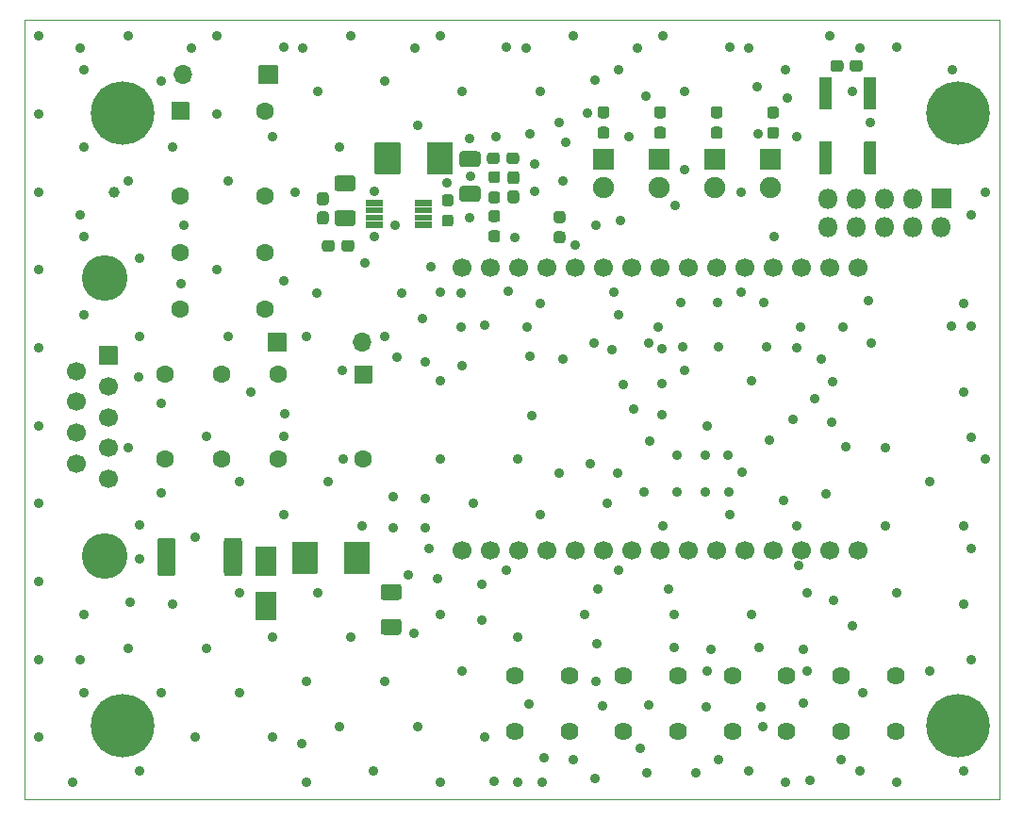
<source format=gbr>
%TF.GenerationSoftware,KiCad,Pcbnew,(5.1.8)-1*%
%TF.CreationDate,2020-12-02T11:58:54+01:00*%
%TF.ProjectId,Board,426f6172-642e-46b6-9963-61645f706362,rev?*%
%TF.SameCoordinates,PX253b400PY7a67730*%
%TF.FileFunction,Soldermask,Top*%
%TF.FilePolarity,Negative*%
%FSLAX46Y46*%
G04 Gerber Fmt 4.6, Leading zero omitted, Abs format (unit mm)*
G04 Created by KiCad (PCBNEW (5.1.8)-1) date 2020-12-02 11:58:54*
%MOMM*%
%LPD*%
G01*
G04 APERTURE LIST*
%TA.AperFunction,Profile*%
%ADD10C,0.050000*%
%TD*%
%ADD11O,1.800000X1.800000*%
%ADD12C,1.700000*%
%ADD13C,1.000000*%
%ADD14C,5.700000*%
%ADD15O,1.700000X1.700000*%
%ADD16C,4.100000*%
%ADD17C,1.624000*%
%ADD18C,1.608000*%
%ADD19C,1.900000*%
%ADD20C,0.900000*%
G04 APERTURE END LIST*
D10*
X0Y70000000D02*
X0Y0D01*
X87500000Y70000000D02*
X0Y70000000D01*
X87500000Y0D02*
X87500000Y70000000D01*
X0Y0D02*
X87500000Y0D01*
D11*
X72160000Y51430000D03*
X72160000Y53970000D03*
X74700000Y51430000D03*
X74700000Y53970000D03*
X77240000Y51430000D03*
X77240000Y53970000D03*
X79780000Y51430000D03*
X79780000Y53970000D03*
X82320000Y51430000D03*
G36*
G01*
X81470000Y54870000D02*
X83170000Y54870000D01*
G75*
G02*
X83220000Y54820000I0J-50000D01*
G01*
X83220000Y53120000D01*
G75*
G02*
X83170000Y53070000I-50000J0D01*
G01*
X81470000Y53070000D01*
G75*
G02*
X81420000Y53120000I0J50000D01*
G01*
X81420000Y54820000D01*
G75*
G02*
X81470000Y54870000I50000J0D01*
G01*
G37*
D12*
X39262000Y22374000D03*
X41802000Y22374000D03*
X44342000Y22374000D03*
X46882000Y22374000D03*
X49422000Y22374000D03*
X51962000Y22374000D03*
X54502000Y22374000D03*
X57042000Y22374000D03*
X59582000Y22374000D03*
X62122000Y22374000D03*
X64662000Y22374000D03*
X67202000Y22374000D03*
X69742000Y22374000D03*
X72282000Y22374000D03*
X74822000Y22374000D03*
X39262000Y47774000D03*
X41802000Y47774000D03*
X44342000Y47774000D03*
X46882000Y47774000D03*
X49422000Y47774000D03*
X51962000Y47774000D03*
X54502000Y47774000D03*
X57042000Y47774000D03*
X59582000Y47774000D03*
X62122000Y47774000D03*
X64662000Y47774000D03*
X67202000Y47774000D03*
X69742000Y47774000D03*
X72282000Y47774000D03*
X74822000Y47774000D03*
D13*
X8000000Y54500000D03*
D14*
X83800000Y6600000D03*
X83800000Y61600000D03*
X8800000Y61600000D03*
X8800000Y6600000D03*
D15*
X30270000Y41050000D03*
G36*
G01*
X21800000Y40250000D02*
X21800000Y41850000D01*
G75*
G02*
X21850000Y41900000I50000J0D01*
G01*
X23450000Y41900000D01*
G75*
G02*
X23500000Y41850000I0J-50000D01*
G01*
X23500000Y40250000D01*
G75*
G02*
X23450000Y40200000I-50000J0D01*
G01*
X21850000Y40200000D01*
G75*
G02*
X21800000Y40250000I0J50000D01*
G01*
G37*
D16*
X7200000Y21810000D03*
X7200000Y46810000D03*
D12*
X4660000Y30155000D03*
X4660000Y32925000D03*
X4660000Y35695000D03*
X4660000Y38465000D03*
X7500000Y28770000D03*
X7500000Y31540000D03*
X7500000Y34310000D03*
X7500000Y37080000D03*
G36*
G01*
X6700000Y40700000D02*
X8300000Y40700000D01*
G75*
G02*
X8350000Y40650000I0J-50000D01*
G01*
X8350000Y39050000D01*
G75*
G02*
X8300000Y39000000I-50000J0D01*
G01*
X6700000Y39000000D01*
G75*
G02*
X6650000Y39050000I0J50000D01*
G01*
X6650000Y40650000D01*
G75*
G02*
X6700000Y40700000I50000J0D01*
G01*
G37*
D17*
X44030000Y11130000D03*
X48910000Y11130000D03*
X53790000Y11130000D03*
X58670000Y11130000D03*
X63550000Y11130000D03*
X68430000Y11130000D03*
X73310000Y11130000D03*
X78190000Y11130000D03*
X44030000Y6130000D03*
X48910000Y6130000D03*
X53790000Y6130000D03*
X58670000Y6130000D03*
X63550000Y6130000D03*
X68430000Y6130000D03*
X73310000Y6130000D03*
X78190000Y6130000D03*
G36*
G01*
X31194000Y38914000D02*
X31194000Y37406000D01*
G75*
G02*
X31144000Y37356000I-50000J0D01*
G01*
X29636000Y37356000D01*
G75*
G02*
X29586000Y37406000I0J50000D01*
G01*
X29586000Y38914000D01*
G75*
G02*
X29636000Y38964000I50000J0D01*
G01*
X31144000Y38964000D01*
G75*
G02*
X31194000Y38914000I0J-50000D01*
G01*
G37*
D18*
X30390000Y30540000D03*
X22770000Y30540000D03*
X22770000Y38160000D03*
X17690000Y38160000D03*
X17690000Y30540000D03*
X12610000Y30540000D03*
X12610000Y38160000D03*
G36*
G01*
X36130000Y56205000D02*
X36130000Y58955000D01*
G75*
G02*
X36180000Y59005000I50000J0D01*
G01*
X38380000Y59005000D01*
G75*
G02*
X38430000Y58955000I0J-50000D01*
G01*
X38430000Y56205000D01*
G75*
G02*
X38380000Y56155000I-50000J0D01*
G01*
X36180000Y56155000D01*
G75*
G02*
X36130000Y56205000I0J50000D01*
G01*
G37*
G36*
G01*
X31430000Y56205000D02*
X31430000Y58955000D01*
G75*
G02*
X31480000Y59005000I50000J0D01*
G01*
X33680000Y59005000D01*
G75*
G02*
X33730000Y58955000I0J-50000D01*
G01*
X33730000Y56205000D01*
G75*
G02*
X33680000Y56155000I-50000J0D01*
G01*
X31480000Y56155000D01*
G75*
G02*
X31430000Y56205000I0J50000D01*
G01*
G37*
G36*
G01*
X31000000Y23055000D02*
X31000000Y20305000D01*
G75*
G02*
X30950000Y20255000I-50000J0D01*
G01*
X28750000Y20255000D01*
G75*
G02*
X28700000Y20305000I0J50000D01*
G01*
X28700000Y23055000D01*
G75*
G02*
X28750000Y23105000I50000J0D01*
G01*
X30950000Y23105000D01*
G75*
G02*
X31000000Y23055000I0J-50000D01*
G01*
G37*
G36*
G01*
X26300000Y23055000D02*
X26300000Y20305000D01*
G75*
G02*
X26250000Y20255000I-50000J0D01*
G01*
X24050000Y20255000D01*
G75*
G02*
X24000000Y20305000I0J50000D01*
G01*
X24000000Y23055000D01*
G75*
G02*
X24050000Y23105000I50000J0D01*
G01*
X26250000Y23105000D01*
G75*
G02*
X26300000Y23055000I0J-50000D01*
G01*
G37*
G36*
G01*
X35055000Y53830000D02*
X36505000Y53830000D01*
G75*
G02*
X36555000Y53780000I0J-50000D01*
G01*
X36555000Y53330000D01*
G75*
G02*
X36505000Y53280000I-50000J0D01*
G01*
X35055000Y53280000D01*
G75*
G02*
X35005000Y53330000I0J50000D01*
G01*
X35005000Y53780000D01*
G75*
G02*
X35055000Y53830000I50000J0D01*
G01*
G37*
G36*
G01*
X35055000Y53180000D02*
X36505000Y53180000D01*
G75*
G02*
X36555000Y53130000I0J-50000D01*
G01*
X36555000Y52680000D01*
G75*
G02*
X36505000Y52630000I-50000J0D01*
G01*
X35055000Y52630000D01*
G75*
G02*
X35005000Y52680000I0J50000D01*
G01*
X35005000Y53130000D01*
G75*
G02*
X35055000Y53180000I50000J0D01*
G01*
G37*
G36*
G01*
X35055000Y52530000D02*
X36505000Y52530000D01*
G75*
G02*
X36555000Y52480000I0J-50000D01*
G01*
X36555000Y52030000D01*
G75*
G02*
X36505000Y51980000I-50000J0D01*
G01*
X35055000Y51980000D01*
G75*
G02*
X35005000Y52030000I0J50000D01*
G01*
X35005000Y52480000D01*
G75*
G02*
X35055000Y52530000I50000J0D01*
G01*
G37*
G36*
G01*
X35055000Y51880000D02*
X36505000Y51880000D01*
G75*
G02*
X36555000Y51830000I0J-50000D01*
G01*
X36555000Y51380000D01*
G75*
G02*
X36505000Y51330000I-50000J0D01*
G01*
X35055000Y51330000D01*
G75*
G02*
X35005000Y51380000I0J50000D01*
G01*
X35005000Y51830000D01*
G75*
G02*
X35055000Y51880000I50000J0D01*
G01*
G37*
G36*
G01*
X30655000Y51880000D02*
X32105000Y51880000D01*
G75*
G02*
X32155000Y51830000I0J-50000D01*
G01*
X32155000Y51380000D01*
G75*
G02*
X32105000Y51330000I-50000J0D01*
G01*
X30655000Y51330000D01*
G75*
G02*
X30605000Y51380000I0J50000D01*
G01*
X30605000Y51830000D01*
G75*
G02*
X30655000Y51880000I50000J0D01*
G01*
G37*
G36*
G01*
X30655000Y52530000D02*
X32105000Y52530000D01*
G75*
G02*
X32155000Y52480000I0J-50000D01*
G01*
X32155000Y52030000D01*
G75*
G02*
X32105000Y51980000I-50000J0D01*
G01*
X30655000Y51980000D01*
G75*
G02*
X30605000Y52030000I0J50000D01*
G01*
X30605000Y52480000D01*
G75*
G02*
X30655000Y52530000I50000J0D01*
G01*
G37*
G36*
G01*
X30655000Y53180000D02*
X32105000Y53180000D01*
G75*
G02*
X32155000Y53130000I0J-50000D01*
G01*
X32155000Y52680000D01*
G75*
G02*
X32105000Y52630000I-50000J0D01*
G01*
X30655000Y52630000D01*
G75*
G02*
X30605000Y52680000I0J50000D01*
G01*
X30605000Y53130000D01*
G75*
G02*
X30655000Y53180000I50000J0D01*
G01*
G37*
G36*
G01*
X30655000Y53830000D02*
X32105000Y53830000D01*
G75*
G02*
X32155000Y53780000I0J-50000D01*
G01*
X32155000Y53330000D01*
G75*
G02*
X32105000Y53280000I-50000J0D01*
G01*
X30655000Y53280000D01*
G75*
G02*
X30605000Y53330000I0J50000D01*
G01*
X30605000Y53780000D01*
G75*
G02*
X30655000Y53830000I50000J0D01*
G01*
G37*
G36*
G01*
X41906500Y51105000D02*
X42431500Y51105000D01*
G75*
G02*
X42694000Y50842500I0J-262500D01*
G01*
X42694000Y50292500D01*
G75*
G02*
X42431500Y50030000I-262500J0D01*
G01*
X41906500Y50030000D01*
G75*
G02*
X41644000Y50292500I0J262500D01*
G01*
X41644000Y50842500D01*
G75*
G02*
X41906500Y51105000I262500J0D01*
G01*
G37*
G36*
G01*
X41906500Y52930000D02*
X42431500Y52930000D01*
G75*
G02*
X42694000Y52667500I0J-262500D01*
G01*
X42694000Y52117500D01*
G75*
G02*
X42431500Y51855000I-262500J0D01*
G01*
X41906500Y51855000D01*
G75*
G02*
X41644000Y52117500I0J262500D01*
G01*
X41644000Y52667500D01*
G75*
G02*
X41906500Y52930000I262500J0D01*
G01*
G37*
G36*
G01*
X41906500Y54605000D02*
X42431500Y54605000D01*
G75*
G02*
X42694000Y54342500I0J-262500D01*
G01*
X42694000Y53792500D01*
G75*
G02*
X42431500Y53530000I-262500J0D01*
G01*
X41906500Y53530000D01*
G75*
G02*
X41644000Y53792500I0J262500D01*
G01*
X41644000Y54342500D01*
G75*
G02*
X41906500Y54605000I262500J0D01*
G01*
G37*
G36*
G01*
X41906500Y56430000D02*
X42431500Y56430000D01*
G75*
G02*
X42694000Y56167500I0J-262500D01*
G01*
X42694000Y55617500D01*
G75*
G02*
X42431500Y55355000I-262500J0D01*
G01*
X41906500Y55355000D01*
G75*
G02*
X41644000Y55617500I0J262500D01*
G01*
X41644000Y56167500D01*
G75*
G02*
X41906500Y56430000I262500J0D01*
G01*
G37*
G36*
G01*
X52232500Y61165000D02*
X51707500Y61165000D01*
G75*
G02*
X51445000Y61427500I0J262500D01*
G01*
X51445000Y61977500D01*
G75*
G02*
X51707500Y62240000I262500J0D01*
G01*
X52232500Y62240000D01*
G75*
G02*
X52495000Y61977500I0J-262500D01*
G01*
X52495000Y61427500D01*
G75*
G02*
X52232500Y61165000I-262500J0D01*
G01*
G37*
G36*
G01*
X52232500Y59340000D02*
X51707500Y59340000D01*
G75*
G02*
X51445000Y59602500I0J262500D01*
G01*
X51445000Y60152500D01*
G75*
G02*
X51707500Y60415000I262500J0D01*
G01*
X52232500Y60415000D01*
G75*
G02*
X52495000Y60152500I0J-262500D01*
G01*
X52495000Y59602500D01*
G75*
G02*
X52232500Y59340000I-262500J0D01*
G01*
G37*
G36*
G01*
X67462500Y61157500D02*
X66937500Y61157500D01*
G75*
G02*
X66675000Y61420000I0J262500D01*
G01*
X66675000Y61970000D01*
G75*
G02*
X66937500Y62232500I262500J0D01*
G01*
X67462500Y62232500D01*
G75*
G02*
X67725000Y61970000I0J-262500D01*
G01*
X67725000Y61420000D01*
G75*
G02*
X67462500Y61157500I-262500J0D01*
G01*
G37*
G36*
G01*
X67462500Y59332500D02*
X66937500Y59332500D01*
G75*
G02*
X66675000Y59595000I0J262500D01*
G01*
X66675000Y60145000D01*
G75*
G02*
X66937500Y60407500I262500J0D01*
G01*
X67462500Y60407500D01*
G75*
G02*
X67725000Y60145000I0J-262500D01*
G01*
X67725000Y59595000D01*
G75*
G02*
X67462500Y59332500I-262500J0D01*
G01*
G37*
G36*
G01*
X62392500Y61167500D02*
X61867500Y61167500D01*
G75*
G02*
X61605000Y61430000I0J262500D01*
G01*
X61605000Y61980000D01*
G75*
G02*
X61867500Y62242500I262500J0D01*
G01*
X62392500Y62242500D01*
G75*
G02*
X62655000Y61980000I0J-262500D01*
G01*
X62655000Y61430000D01*
G75*
G02*
X62392500Y61167500I-262500J0D01*
G01*
G37*
G36*
G01*
X62392500Y59342500D02*
X61867500Y59342500D01*
G75*
G02*
X61605000Y59605000I0J262500D01*
G01*
X61605000Y60155000D01*
G75*
G02*
X61867500Y60417500I262500J0D01*
G01*
X62392500Y60417500D01*
G75*
G02*
X62655000Y60155000I0J-262500D01*
G01*
X62655000Y59605000D01*
G75*
G02*
X62392500Y59342500I-262500J0D01*
G01*
G37*
G36*
G01*
X57312500Y61167500D02*
X56787500Y61167500D01*
G75*
G02*
X56525000Y61430000I0J262500D01*
G01*
X56525000Y61980000D01*
G75*
G02*
X56787500Y62242500I262500J0D01*
G01*
X57312500Y62242500D01*
G75*
G02*
X57575000Y61980000I0J-262500D01*
G01*
X57575000Y61430000D01*
G75*
G02*
X57312500Y61167500I-262500J0D01*
G01*
G37*
G36*
G01*
X57312500Y59342500D02*
X56787500Y59342500D01*
G75*
G02*
X56525000Y59605000I0J262500D01*
G01*
X56525000Y60155000D01*
G75*
G02*
X56787500Y60417500I262500J0D01*
G01*
X57312500Y60417500D01*
G75*
G02*
X57575000Y60155000I0J-262500D01*
G01*
X57575000Y59605000D01*
G75*
G02*
X57312500Y59342500I-262500J0D01*
G01*
G37*
G36*
G01*
X47757500Y51015000D02*
X48282500Y51015000D01*
G75*
G02*
X48545000Y50752500I0J-262500D01*
G01*
X48545000Y50202500D01*
G75*
G02*
X48282500Y49940000I-262500J0D01*
G01*
X47757500Y49940000D01*
G75*
G02*
X47495000Y50202500I0J262500D01*
G01*
X47495000Y50752500D01*
G75*
G02*
X47757500Y51015000I262500J0D01*
G01*
G37*
G36*
G01*
X47757500Y52840000D02*
X48282500Y52840000D01*
G75*
G02*
X48545000Y52577500I0J-262500D01*
G01*
X48545000Y52027500D01*
G75*
G02*
X48282500Y51765000I-262500J0D01*
G01*
X47757500Y51765000D01*
G75*
G02*
X47495000Y52027500I0J262500D01*
G01*
X47495000Y52577500D01*
G75*
G02*
X47757500Y52840000I262500J0D01*
G01*
G37*
G36*
G01*
X38242500Y53267500D02*
X37717500Y53267500D01*
G75*
G02*
X37455000Y53530000I0J262500D01*
G01*
X37455000Y54080000D01*
G75*
G02*
X37717500Y54342500I262500J0D01*
G01*
X38242500Y54342500D01*
G75*
G02*
X38505000Y54080000I0J-262500D01*
G01*
X38505000Y53530000D01*
G75*
G02*
X38242500Y53267500I-262500J0D01*
G01*
G37*
G36*
G01*
X38242500Y51442500D02*
X37717500Y51442500D01*
G75*
G02*
X37455000Y51705000I0J262500D01*
G01*
X37455000Y52255000D01*
G75*
G02*
X37717500Y52517500I262500J0D01*
G01*
X38242500Y52517500D01*
G75*
G02*
X38505000Y52255000I0J-262500D01*
G01*
X38505000Y51705000D01*
G75*
G02*
X38242500Y51442500I-262500J0D01*
G01*
G37*
G36*
G01*
X43617500Y54705000D02*
X44142500Y54705000D01*
G75*
G02*
X44405000Y54442500I0J-262500D01*
G01*
X44405000Y53792500D01*
G75*
G02*
X44142500Y53530000I-262500J0D01*
G01*
X43617500Y53530000D01*
G75*
G02*
X43355000Y53792500I0J262500D01*
G01*
X43355000Y54442500D01*
G75*
G02*
X43617500Y54705000I262500J0D01*
G01*
G37*
G36*
G01*
X43617500Y56430000D02*
X44142500Y56430000D01*
G75*
G02*
X44405000Y56167500I0J-262500D01*
G01*
X44405000Y55517500D01*
G75*
G02*
X44142500Y55255000I-262500J0D01*
G01*
X43617500Y55255000D01*
G75*
G02*
X43355000Y55517500I0J262500D01*
G01*
X43355000Y56167500D01*
G75*
G02*
X43617500Y56430000I262500J0D01*
G01*
G37*
G36*
G01*
X27032500Y53347500D02*
X26507500Y53347500D01*
G75*
G02*
X26245000Y53610000I0J262500D01*
G01*
X26245000Y54260000D01*
G75*
G02*
X26507500Y54522500I262500J0D01*
G01*
X27032500Y54522500D01*
G75*
G02*
X27295000Y54260000I0J-262500D01*
G01*
X27295000Y53610000D01*
G75*
G02*
X27032500Y53347500I-262500J0D01*
G01*
G37*
G36*
G01*
X27032500Y51622500D02*
X26507500Y51622500D01*
G75*
G02*
X26245000Y51885000I0J262500D01*
G01*
X26245000Y52535000D01*
G75*
G02*
X26507500Y52797500I262500J0D01*
G01*
X27032500Y52797500D01*
G75*
G02*
X27295000Y52535000I0J-262500D01*
G01*
X27295000Y51885000D01*
G75*
G02*
X27032500Y51622500I-262500J0D01*
G01*
G37*
G36*
G01*
X73525000Y66142500D02*
X73525000Y65617500D01*
G75*
G02*
X73262500Y65355000I-262500J0D01*
G01*
X72612500Y65355000D01*
G75*
G02*
X72350000Y65617500I0J262500D01*
G01*
X72350000Y66142500D01*
G75*
G02*
X72612500Y66405000I262500J0D01*
G01*
X73262500Y66405000D01*
G75*
G02*
X73525000Y66142500I0J-262500D01*
G01*
G37*
G36*
G01*
X75250000Y66142500D02*
X75250000Y65617500D01*
G75*
G02*
X74987500Y65355000I-262500J0D01*
G01*
X74337500Y65355000D01*
G75*
G02*
X74075000Y65617500I0J262500D01*
G01*
X74075000Y66142500D01*
G75*
G02*
X74337500Y66405000I262500J0D01*
G01*
X74987500Y66405000D01*
G75*
G02*
X75250000Y66142500I0J-262500D01*
G01*
G37*
G36*
G01*
X42655000Y57842500D02*
X42655000Y57317500D01*
G75*
G02*
X42392500Y57055000I-262500J0D01*
G01*
X41767500Y57055000D01*
G75*
G02*
X41505000Y57317500I0J262500D01*
G01*
X41505000Y57842500D01*
G75*
G02*
X41767500Y58105000I262500J0D01*
G01*
X42392500Y58105000D01*
G75*
G02*
X42655000Y57842500I0J-262500D01*
G01*
G37*
G36*
G01*
X44405000Y57842500D02*
X44405000Y57317500D01*
G75*
G02*
X44142500Y57055000I-262500J0D01*
G01*
X43517500Y57055000D01*
G75*
G02*
X43255000Y57317500I0J262500D01*
G01*
X43255000Y57842500D01*
G75*
G02*
X43517500Y58105000I262500J0D01*
G01*
X44142500Y58105000D01*
G75*
G02*
X44405000Y57842500I0J-262500D01*
G01*
G37*
G36*
G01*
X27845000Y49972500D02*
X27845000Y49447500D01*
G75*
G02*
X27582500Y49185000I-262500J0D01*
G01*
X26957500Y49185000D01*
G75*
G02*
X26695000Y49447500I0J262500D01*
G01*
X26695000Y49972500D01*
G75*
G02*
X26957500Y50235000I262500J0D01*
G01*
X27582500Y50235000D01*
G75*
G02*
X27845000Y49972500I0J-262500D01*
G01*
G37*
G36*
G01*
X29595000Y49972500D02*
X29595000Y49447500D01*
G75*
G02*
X29332500Y49185000I-262500J0D01*
G01*
X28707500Y49185000D01*
G75*
G02*
X28445000Y49447500I0J262500D01*
G01*
X28445000Y49972500D01*
G75*
G02*
X28707500Y50235000I262500J0D01*
G01*
X29332500Y50235000D01*
G75*
G02*
X29595000Y49972500I0J-262500D01*
G01*
G37*
G36*
G01*
X32218865Y16200000D02*
X33581135Y16200000D01*
G75*
G02*
X33850000Y15931135I0J-268865D01*
G01*
X33850000Y15043865D01*
G75*
G02*
X33581135Y14775000I-268865J0D01*
G01*
X32218865Y14775000D01*
G75*
G02*
X31950000Y15043865I0J268865D01*
G01*
X31950000Y15931135D01*
G75*
G02*
X32218865Y16200000I268865J0D01*
G01*
G37*
G36*
G01*
X32218865Y19325000D02*
X33581135Y19325000D01*
G75*
G02*
X33850000Y19056135I0J-268865D01*
G01*
X33850000Y18168865D01*
G75*
G02*
X33581135Y17900000I-268865J0D01*
G01*
X32218865Y17900000D01*
G75*
G02*
X31950000Y18168865I0J268865D01*
G01*
X31950000Y19056135D01*
G75*
G02*
X32218865Y19325000I268865J0D01*
G01*
G37*
G36*
G01*
X39298865Y55087500D02*
X40661135Y55087500D01*
G75*
G02*
X40930000Y54818635I0J-268865D01*
G01*
X40930000Y53931365D01*
G75*
G02*
X40661135Y53662500I-268865J0D01*
G01*
X39298865Y53662500D01*
G75*
G02*
X39030000Y53931365I0J268865D01*
G01*
X39030000Y54818635D01*
G75*
G02*
X39298865Y55087500I268865J0D01*
G01*
G37*
G36*
G01*
X39298865Y58212500D02*
X40661135Y58212500D01*
G75*
G02*
X40930000Y57943635I0J-268865D01*
G01*
X40930000Y57056365D01*
G75*
G02*
X40661135Y56787500I-268865J0D01*
G01*
X39298865Y56787500D01*
G75*
G02*
X39030000Y57056365I0J268865D01*
G01*
X39030000Y57943635D01*
G75*
G02*
X39298865Y58212500I268865J0D01*
G01*
G37*
G36*
G01*
X29451135Y54622500D02*
X28088865Y54622500D01*
G75*
G02*
X27820000Y54891365I0J268865D01*
G01*
X27820000Y55778635D01*
G75*
G02*
X28088865Y56047500I268865J0D01*
G01*
X29451135Y56047500D01*
G75*
G02*
X29720000Y55778635I0J-268865D01*
G01*
X29720000Y54891365D01*
G75*
G02*
X29451135Y54622500I-268865J0D01*
G01*
G37*
G36*
G01*
X29451135Y51497500D02*
X28088865Y51497500D01*
G75*
G02*
X27820000Y51766365I0J268865D01*
G01*
X27820000Y52653635D01*
G75*
G02*
X28088865Y52922500I268865J0D01*
G01*
X29451135Y52922500D01*
G75*
G02*
X29720000Y52653635I0J-268865D01*
G01*
X29720000Y51766365D01*
G75*
G02*
X29451135Y51497500I-268865J0D01*
G01*
G37*
G36*
G01*
X13537500Y23218608D02*
X13537500Y20301392D01*
G75*
G02*
X13271108Y20035000I-266392J0D01*
G01*
X12178892Y20035000D01*
G75*
G02*
X11912500Y20301392I0J266392D01*
G01*
X11912500Y23218608D01*
G75*
G02*
X12178892Y23485000I266392J0D01*
G01*
X13271108Y23485000D01*
G75*
G02*
X13537500Y23218608I0J-266392D01*
G01*
G37*
G36*
G01*
X19512500Y23218608D02*
X19512500Y20301392D01*
G75*
G02*
X19246108Y20035000I-266392J0D01*
G01*
X18153892Y20035000D01*
G75*
G02*
X17887500Y20301392I0J266392D01*
G01*
X17887500Y23218608D01*
G75*
G02*
X18153892Y23485000I266392J0D01*
G01*
X19246108Y23485000D01*
G75*
G02*
X19512500Y23218608I0J-266392D01*
G01*
G37*
G36*
G01*
X20760000Y18660000D02*
X22560000Y18660000D01*
G75*
G02*
X22610000Y18610000I0J-50000D01*
G01*
X22610000Y16110000D01*
G75*
G02*
X22560000Y16060000I-50000J0D01*
G01*
X20760000Y16060000D01*
G75*
G02*
X20710000Y16110000I0J50000D01*
G01*
X20710000Y18610000D01*
G75*
G02*
X20760000Y18660000I50000J0D01*
G01*
G37*
G36*
G01*
X20760000Y22660000D02*
X22560000Y22660000D01*
G75*
G02*
X22610000Y22610000I0J-50000D01*
G01*
X22610000Y20110000D01*
G75*
G02*
X22560000Y20060000I-50000J0D01*
G01*
X20760000Y20060000D01*
G75*
G02*
X20710000Y20110000I0J50000D01*
G01*
X20710000Y22610000D01*
G75*
G02*
X20760000Y22660000I50000J0D01*
G01*
G37*
X13990000Y44040000D03*
X21610000Y44040000D03*
X21610000Y49120000D03*
X13990000Y49120000D03*
X13990000Y54200000D03*
X21610000Y54200000D03*
X21610000Y61820000D03*
G36*
G01*
X13236000Y62624000D02*
X14744000Y62624000D01*
G75*
G02*
X14794000Y62574000I0J-50000D01*
G01*
X14794000Y61066000D01*
G75*
G02*
X14744000Y61016000I-50000J0D01*
G01*
X13236000Y61016000D01*
G75*
G02*
X13186000Y61066000I0J50000D01*
G01*
X13186000Y62574000D01*
G75*
G02*
X13236000Y62624000I50000J0D01*
G01*
G37*
G36*
G01*
X22720000Y65900000D02*
X22720000Y64300000D01*
G75*
G02*
X22670000Y64250000I-50000J0D01*
G01*
X21070000Y64250000D01*
G75*
G02*
X21020000Y64300000I0J50000D01*
G01*
X21020000Y65900000D01*
G75*
G02*
X21070000Y65950000I50000J0D01*
G01*
X22670000Y65950000D01*
G75*
G02*
X22720000Y65900000I0J-50000D01*
G01*
G37*
D15*
X14250000Y65100000D03*
G36*
G01*
X51060000Y58440000D02*
X52860000Y58440000D01*
G75*
G02*
X52910000Y58390000I0J-50000D01*
G01*
X52910000Y56590000D01*
G75*
G02*
X52860000Y56540000I-50000J0D01*
G01*
X51060000Y56540000D01*
G75*
G02*
X51010000Y56590000I0J50000D01*
G01*
X51010000Y58390000D01*
G75*
G02*
X51060000Y58440000I50000J0D01*
G01*
G37*
D19*
X51960000Y54950000D03*
G36*
G01*
X72410000Y56170000D02*
X71410000Y56170000D01*
G75*
G02*
X71360000Y56220000I0J50000D01*
G01*
X71360000Y59020000D01*
G75*
G02*
X71410000Y59070000I50000J0D01*
G01*
X72410000Y59070000D01*
G75*
G02*
X72460000Y59020000I0J-50000D01*
G01*
X72460000Y56220000D01*
G75*
G02*
X72410000Y56170000I-50000J0D01*
G01*
G37*
G36*
G01*
X72410000Y61970000D02*
X71410000Y61970000D01*
G75*
G02*
X71360000Y62020000I0J50000D01*
G01*
X71360000Y64820000D01*
G75*
G02*
X71410000Y64870000I50000J0D01*
G01*
X72410000Y64870000D01*
G75*
G02*
X72460000Y64820000I0J-50000D01*
G01*
X72460000Y62020000D01*
G75*
G02*
X72410000Y61970000I-50000J0D01*
G01*
G37*
G36*
G01*
X76410000Y56170000D02*
X75410000Y56170000D01*
G75*
G02*
X75360000Y56220000I0J50000D01*
G01*
X75360000Y59020000D01*
G75*
G02*
X75410000Y59070000I50000J0D01*
G01*
X76410000Y59070000D01*
G75*
G02*
X76460000Y59020000I0J-50000D01*
G01*
X76460000Y56220000D01*
G75*
G02*
X76410000Y56170000I-50000J0D01*
G01*
G37*
G36*
G01*
X76410000Y61970000D02*
X75410000Y61970000D01*
G75*
G02*
X75360000Y62020000I0J50000D01*
G01*
X75360000Y64820000D01*
G75*
G02*
X75410000Y64870000I50000J0D01*
G01*
X76410000Y64870000D01*
G75*
G02*
X76460000Y64820000I0J-50000D01*
G01*
X76460000Y62020000D01*
G75*
G02*
X76410000Y61970000I-50000J0D01*
G01*
G37*
G36*
G01*
X66060000Y58440000D02*
X67860000Y58440000D01*
G75*
G02*
X67910000Y58390000I0J-50000D01*
G01*
X67910000Y56590000D01*
G75*
G02*
X67860000Y56540000I-50000J0D01*
G01*
X66060000Y56540000D01*
G75*
G02*
X66010000Y56590000I0J50000D01*
G01*
X66010000Y58390000D01*
G75*
G02*
X66060000Y58440000I50000J0D01*
G01*
G37*
X66960000Y54950000D03*
G36*
G01*
X61060000Y58440000D02*
X62860000Y58440000D01*
G75*
G02*
X62910000Y58390000I0J-50000D01*
G01*
X62910000Y56590000D01*
G75*
G02*
X62860000Y56540000I-50000J0D01*
G01*
X61060000Y56540000D01*
G75*
G02*
X61010000Y56590000I0J50000D01*
G01*
X61010000Y58390000D01*
G75*
G02*
X61060000Y58440000I50000J0D01*
G01*
G37*
X61960000Y54950000D03*
G36*
G01*
X56060000Y58440000D02*
X57860000Y58440000D01*
G75*
G02*
X57910000Y58390000I0J-50000D01*
G01*
X57910000Y56590000D01*
G75*
G02*
X57860000Y56540000I-50000J0D01*
G01*
X56060000Y56540000D01*
G75*
G02*
X56010000Y56590000I0J50000D01*
G01*
X56010000Y58390000D01*
G75*
G02*
X56060000Y58440000I50000J0D01*
G01*
G37*
X56960000Y54950000D03*
D20*
X65000000Y2500000D03*
X75000000Y2500000D03*
X85000000Y12500000D03*
X85000000Y22500000D03*
X85000000Y32500000D03*
X85000000Y42500000D03*
X85000000Y52500000D03*
X75000000Y67500000D03*
X65000000Y67500000D03*
X55000000Y67500000D03*
X45000000Y67500000D03*
X35000000Y67500000D03*
X25000000Y67500000D03*
X15000000Y67500000D03*
X5000000Y67500000D03*
X5000000Y52500000D03*
X5000000Y12500000D03*
X54720000Y35060000D03*
X31380000Y50580000D03*
X31380000Y54600000D03*
X45560000Y34450000D03*
X71940000Y27430000D03*
X53500000Y52000000D03*
X72500000Y33900000D03*
X73700000Y31700000D03*
X58400000Y53300000D03*
X14000000Y46350000D03*
X62200000Y44650000D03*
X52900000Y45550000D03*
X39150000Y42450000D03*
X45100000Y42400000D03*
X39300000Y38950000D03*
X45400000Y39800000D03*
X45400000Y59800000D03*
X48600000Y59000000D03*
X37950000Y55350000D03*
X40000000Y56000000D03*
X26250000Y45450000D03*
X33850000Y45450000D03*
X39200000Y45500000D03*
X43450000Y45600000D03*
X57200000Y40500000D03*
X57200000Y37300000D03*
X56150000Y32150000D03*
X57250000Y34550000D03*
X58900000Y44650000D03*
X59050000Y40650000D03*
X62300000Y40650000D03*
X66650000Y40650000D03*
X66400000Y44650000D03*
X71500000Y39550000D03*
X70950000Y35950000D03*
X72550000Y37500000D03*
X69000000Y34150000D03*
X66850000Y32300000D03*
X63150000Y30900000D03*
X58550000Y30900000D03*
X61100000Y30900000D03*
X63250000Y27600000D03*
X61150000Y27600000D03*
X58550000Y27600000D03*
X55600000Y27600000D03*
X33100000Y24400000D03*
X35950000Y24350000D03*
X33100000Y27150000D03*
X35950000Y39300000D03*
X33400000Y39750000D03*
X51400000Y14000000D03*
X51450000Y18850000D03*
X37050000Y19800000D03*
X34950000Y14900000D03*
X41050000Y19300000D03*
X41050000Y16100000D03*
X51850000Y8400000D03*
X56050000Y8450000D03*
X61200000Y8300000D03*
X66100000Y8300000D03*
X69950000Y8600000D03*
X35950000Y27050000D03*
X72600000Y17850000D03*
X69500000Y21000000D03*
X28550000Y38550000D03*
X28600000Y30600000D03*
X23350000Y34650000D03*
X69950000Y13500000D03*
X65900000Y13600000D03*
X61650000Y13500000D03*
X57850000Y18850000D03*
X58300000Y13600000D03*
X44000000Y50500000D03*
X75750000Y44750000D03*
X76000000Y41000000D03*
X49390000Y49790000D03*
X70520000Y1680000D03*
X60270000Y2330000D03*
X51240000Y1860000D03*
X55830000Y2380000D03*
X46660000Y3740000D03*
X46470000Y1540000D03*
X42120000Y1630000D03*
X24910000Y5000000D03*
X9510000Y17700000D03*
X68470000Y63020000D03*
X65750000Y64050000D03*
X65840000Y59750000D03*
X55780000Y63130000D03*
X51210000Y64570000D03*
X1291667Y68557500D03*
X1291667Y61557500D03*
X1291667Y54557500D03*
X1291667Y47557500D03*
X1291667Y40557500D03*
X1291667Y33557500D03*
X1291667Y26557500D03*
X1291667Y19557500D03*
X1291667Y12557500D03*
X1291667Y5557500D03*
X4291667Y1557500D03*
X5291667Y65557500D03*
X5291667Y58557500D03*
X5291667Y50557500D03*
X5291667Y43557500D03*
X5291667Y16557500D03*
X5291667Y9557500D03*
X9291667Y68557500D03*
X9291667Y55557500D03*
X9291667Y31557500D03*
X9291667Y13557500D03*
X10291667Y48557500D03*
X10291667Y41557500D03*
X10291667Y21557500D03*
X10291667Y2557500D03*
X12291667Y64557500D03*
X12291667Y35557500D03*
X12291667Y27557500D03*
X12291667Y9557500D03*
X13291667Y58557500D03*
X13291667Y17557500D03*
X14291667Y51557500D03*
X15291667Y23557500D03*
X15291667Y5557500D03*
X16291667Y32557500D03*
X16291667Y13557500D03*
X17291667Y68557500D03*
X17291667Y61557500D03*
X17291667Y47557500D03*
X18291667Y55557500D03*
X18291667Y41557500D03*
X19291667Y28557500D03*
X19291667Y18557500D03*
X19291667Y9557500D03*
X20291667Y36557500D03*
X22291667Y59557500D03*
X22291667Y14557500D03*
X22291667Y5557500D03*
X23291667Y67557500D03*
X23291667Y46557500D03*
X23291667Y32557500D03*
X23291667Y25557500D03*
X24291667Y54557500D03*
X25291667Y41557500D03*
X25291667Y10557500D03*
X25291667Y1557500D03*
X26291667Y63557500D03*
X26291667Y18557500D03*
X27291667Y28557500D03*
X28291667Y58557500D03*
X28291667Y6557500D03*
X29291667Y68557500D03*
X29291667Y14557500D03*
X30291667Y24557500D03*
X31291667Y2557500D03*
X32291667Y64557500D03*
X32291667Y41557500D03*
X32291667Y10557500D03*
X33291667Y51557500D03*
X35291667Y60557500D03*
X35291667Y6557500D03*
X36291667Y22557500D03*
X37291667Y68557500D03*
X37291667Y45557500D03*
X37291667Y37557500D03*
X37291667Y30557500D03*
X37291667Y16557500D03*
X37291667Y1557500D03*
X39291667Y63557500D03*
X39291667Y11557500D03*
X40291667Y26557500D03*
X41291667Y42557500D03*
X41291667Y5557500D03*
X42291667Y59557500D03*
X43291667Y67557500D03*
X43291667Y20557500D03*
X44291667Y30557500D03*
X44291667Y14557500D03*
X44291667Y1557500D03*
X45291667Y8557500D03*
X46291667Y63557500D03*
X46291667Y44557500D03*
X46291667Y25557500D03*
X48291667Y55557500D03*
X48291667Y39557500D03*
X49291667Y68557500D03*
X49291667Y3557500D03*
X50291667Y16557500D03*
X51291667Y51557500D03*
X51291667Y10557500D03*
X52291667Y26557500D03*
X53291667Y65557500D03*
X53291667Y43557500D03*
X53291667Y20557500D03*
X54291667Y59557500D03*
X55291667Y4557500D03*
X57291667Y68557500D03*
X57291667Y24557500D03*
X58291667Y16557500D03*
X59291667Y63557500D03*
X59291667Y56557500D03*
X59291667Y38557500D03*
X61291667Y33557500D03*
X61291667Y11557500D03*
X62291667Y3557500D03*
X63291667Y67557500D03*
X63291667Y25557500D03*
X64291667Y54557500D03*
X64291667Y45557500D03*
X65291667Y37557500D03*
X65291667Y16557500D03*
X66291667Y6557500D03*
X67291667Y50557500D03*
X68291667Y65557500D03*
X68291667Y1557500D03*
X69291667Y59557500D03*
X69291667Y40557500D03*
X69291667Y24557500D03*
X70291667Y18557500D03*
X70291667Y11557500D03*
X72291667Y68557500D03*
X73291667Y3557500D03*
X74291667Y63557500D03*
X74291667Y15557500D03*
X75291667Y9557500D03*
X77291667Y31557500D03*
X77291667Y24557500D03*
X78291667Y67557500D03*
X78291667Y18557500D03*
X78291667Y1557500D03*
X81291667Y28557500D03*
X81291667Y11557500D03*
X83291667Y65557500D03*
X84291667Y44557500D03*
X84291667Y36557500D03*
X84291667Y24557500D03*
X84291667Y17557500D03*
X84291667Y2557500D03*
X86291667Y54557500D03*
X86291667Y30557500D03*
X56000000Y40950000D03*
X47980000Y60760000D03*
X75943722Y60806278D03*
X73490000Y42390000D03*
X83200000Y42500000D03*
X52700000Y40400000D03*
X56900000Y42400000D03*
X69700000Y42400000D03*
X10350000Y24600000D03*
X10250000Y37900000D03*
X36450000Y47850000D03*
X50500000Y61650000D03*
X68120000Y26860000D03*
X45787500Y57087500D03*
X53279415Y29320585D03*
X64414000Y29364000D03*
X48000000Y29300000D03*
X45800000Y54650000D03*
X53750000Y37250000D03*
X39960000Y52220000D03*
X39930000Y59360000D03*
X50800000Y30150000D03*
X51100000Y40950000D03*
X34484902Y20154902D03*
X30550000Y48200000D03*
X35700000Y43200000D03*
M02*

</source>
